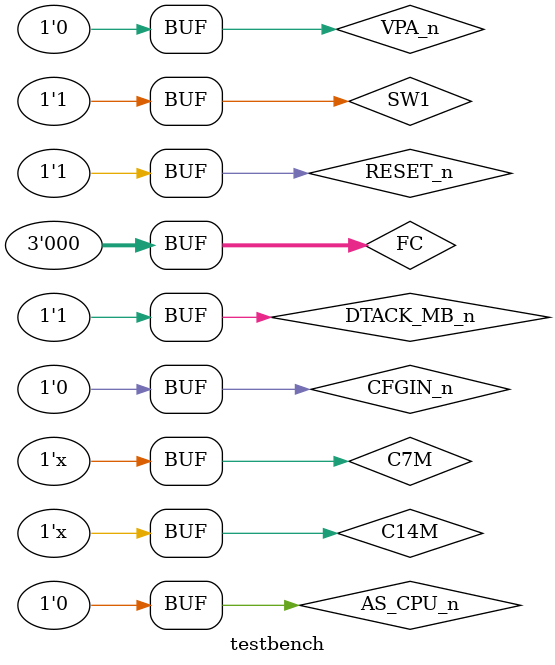
<source format=v>

`timescale 1ns / 1ps

module testbench;

	//localparam real CPU_CLKDV = 3.0/2.0;
	parameter real CLK_PERIOD = 140;
	parameter real CLK_MULTIPLIER = 2;

	// Inputs
	reg SW1;
	reg C7M;
	reg C14M;
	reg RESET_n;
	reg CFGIN_n;
	reg VPA_n;
	reg [2:0] FC;
	reg AS_CPU_n;
	reg DTACK_MB_n;

	// Outputs
	wire CFGOUT_n;
	wire CLKCPU;
	wire E;
	wire VMA_n;

	// Bidirs
	wire DTACK_CPU_n;

	// Instantiate the Unit Under Test (UUT)
	main_top uut (
		.SW1(SW1), 
		.C7M(C7M), 
		.C14M(C14M), 
		.RESET_n(RESET_n), 
		.CFGIN_n(CFGIN_n), 
		.VPA_n(VPA_n), 
		.FC(FC), 
		.AS_CPU_n(AS_CPU_n), 
		.DTACK_MB_n(DTACK_MB_n), 
		.CFGOUT_n(CFGOUT_n), 
		.CLKCPU(CLKCPU), 
		.E(E), 
		.VMA_n(VMA_n), 
		.DTACK_CPU_n(DTACK_CPU_n)
	);

	initial begin
		// Initialize Inputs
		SW1 = 1;
		C7M = 0;
		C14M = 0;
		RESET_n = 1;
		CFGIN_n = 0;
		VPA_n = 0;
		FC = 0;
		AS_CPU_n = 0;
		DTACK_MB_n = 1;

		// Wait 100 ns for global reset to finish
		//#100;
        
		// Add stimulus here

	end
	
	always #(CLK_PERIOD) C7M <= ~C7M;
	always #(CLK_PERIOD / CLK_MULTIPLIER) C14M = ~C14M;
      
endmodule





</source>
